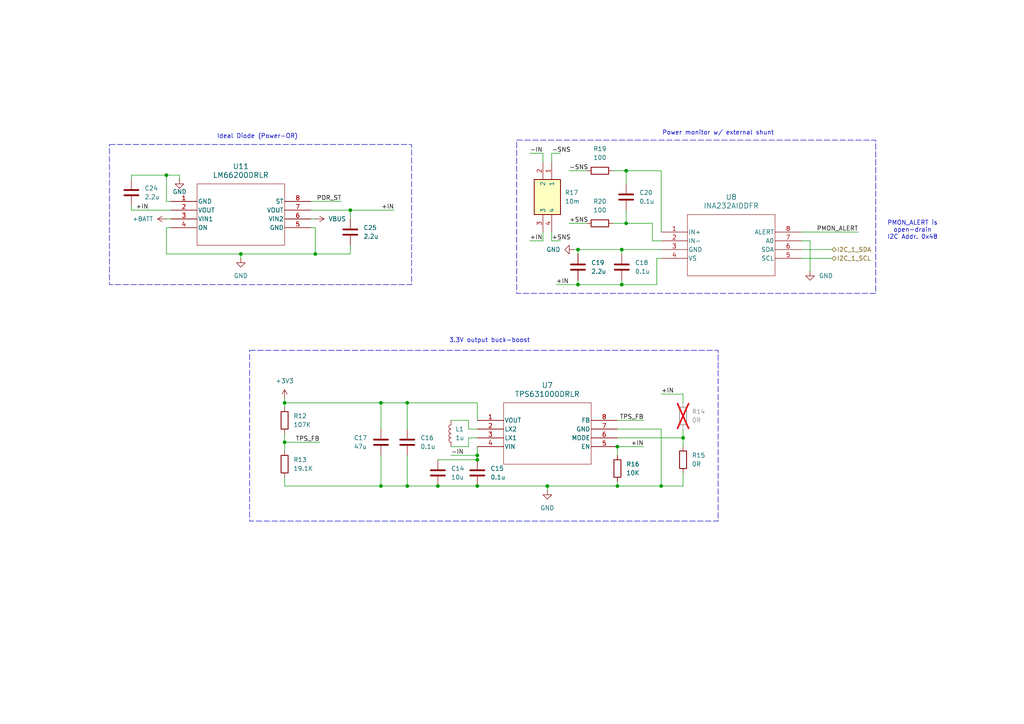
<source format=kicad_sch>
(kicad_sch (version 20231120) (generator "eeschema") (generator_version "8.0")
  (paper "A4")
  (lib_symbols
    (symbol "Device:C" (pin_numbers hide) (pin_names (offset 0.254))
      (property "Reference" "C" (at 0.635 2.54 0))
      (property "Value" "C" (at 0.635 -2.54 0))
      (symbol "C_0_1"
        (polyline (pts (xy -2.032 -0.762) (xy 2.032 -0.762)) (stroke (width 0.508)))
        (polyline (pts (xy -2.032 0.762) (xy 2.032 0.762)) (stroke (width 0.508)))
      )
      (symbol "C_1_1"
        (pin passive line (at 0 3.81 270) (length 2.794) (name "~") (number "1"))
        (pin passive line (at 0 -3.81 90) (length 2.794) (name "~") (number "2"))
      )
    )
    (symbol "Device:L" (pin_numbers hide) (pin_names (offset 1.016) hide)
      (property "Reference" "L" (at -1.27 0 90))
      (property "Value" "L" (at 1.905 0 90))
      (symbol "L_0_1"
        (arc (start 0 -2.54) (mid 0.6323 -1.905) (end 0 -1.27))
        (arc (start 0 -1.27) (mid 0.6323 -0.635) (end 0 0))
        (arc (start 0 0) (mid 0.6323 0.635) (end 0 1.27))
        (arc (start 0 1.27) (mid 0.6323 1.905) (end 0 2.54))
      )
      (symbol "L_1_1"
        (pin passive line (at 0 3.81 270) (length 1.27) (name "1") (number "1"))
        (pin passive line (at 0 -3.81 90) (length 1.27) (name "2") (number "2"))
      )
    )
    (symbol "Device:R" (pin_numbers hide) (pin_names (offset 0))
      (property "Reference" "R" (at 2.032 0 90))
      (property "Value" "R" (at 0 0 90))
      (symbol "R_0_1"
        (rectangle (start -1.016 -2.54) (end 1.016 2.54) (stroke (width 0.254)))
      )
      (symbol "R_1_1"
        (pin passive line (at 0 3.81 270) (length 1.27) (name "~") (number "1"))
        (pin passive line (at 0 -3.81 90) (length 1.27) (name "~") (number "2"))
      )
    )
    (symbol "INA232:INA232AIDDFR" (pin_names (offset 0.254))
      (property "Reference" "U" (at 20.32 10.16 0))
      (property "Value" "INA232AIDDFR" (at 20.32 7.62 0))
      (symbol "INA232AIDDFR_0_1"
        (polyline (pts (xy 7.62 -12.7) (xy 33.02 -12.7)) (stroke (width 0.127)))
        (polyline (pts (xy 7.62 5.08) (xy 7.62 -12.7)) (stroke (width 0.127)))
        (polyline (pts (xy 33.02 -12.7) (xy 33.02 5.08)) (stroke (width 0.127)))
        (polyline (pts (xy 33.02 5.08) (xy 7.62 5.08)) (stroke (width 0.127)))
        (pin input line (at 0 0 0) (length 7.62) (name "IN+") (number "1"))
        (pin input line (at 0 -2.54 0) (length 7.62) (name "IN-") (number "2"))
        (pin power_out line (at 0 -5.08 0) (length 7.62) (name "GND") (number "3"))
        (pin unspecified line (at 0 -7.62 0) (length 7.62) (name "VS") (number "4"))
        (pin unspecified line (at 40.64 -7.62 180) (length 7.62) (name "SCL") (number "5"))
        (pin unspecified line (at 40.64 -5.08 180) (length 7.62) (name "SDA") (number "6"))
        (pin unspecified line (at 40.64 -2.54 180) (length 7.62) (name "A0") (number "7"))
        (pin unspecified line (at 40.64 0 180) (length 7.62) (name "ALERT") (number "8"))
      )
    )
    (symbol "L4CA0612LR010FNR:L4CA0612LR010FNR"
      (property "Reference" "R" (at 16.51 7.62 0))
      (property "Value" "L4CA0612LR010FNR" (at 16.51 5.08 0))
      (symbol "L4CA0612LR010FNR_1_1"
        (rectangle (start 5.08 2.54) (end 15.24 -5.08) (stroke (width 0.254)) (fill (type background)))
        (pin passive line (at 0 0 0) (length 5.08) (name "1") (number "1"))
        (pin passive line (at 0 -2.54 0) (length 5.08) (name "2") (number "2"))
        (pin passive line (at 20.32 -2.54 180) (length 5.08) (name "3") (number "3"))
        (pin passive line (at 20.32 0 180) (length 5.08) (name "4") (number "4"))
      )
    )
    (symbol "LM66200:LM66200DRLR" (pin_names (offset 0.254))
      (property "Reference" "U" (at 20.32 10.16 0))
      (property "Value" "LM66200DRLR" (at 20.32 7.62 0))
      (symbol "LM66200DRLR_0_1"
        (polyline (pts (xy 7.62 -12.7) (xy 33.02 -12.7)) (stroke (width 0.127)))
        (polyline (pts (xy 7.62 5.08) (xy 7.62 -12.7)) (stroke (width 0.127)))
        (polyline (pts (xy 33.02 -12.7) (xy 33.02 5.08)) (stroke (width 0.127)))
        (polyline (pts (xy 33.02 5.08) (xy 7.62 5.08)) (stroke (width 0.127)))
        (pin power_out line (at 0 0 0) (length 7.62) (name "GND") (number "1"))
        (pin power_in line (at 0 -2.54 0) (length 7.62) (name "VOUT") (number "2"))
        (pin input line (at 0 -5.08 0) (length 7.62) (name "VIN1") (number "3"))
        (pin input line (at 0 -7.62 0) (length 7.62) (name "ON") (number "4"))
        (pin power_out line (at 40.64 -7.62 180) (length 7.62) (name "GND") (number "5"))
        (pin input line (at 40.64 -5.08 180) (length 7.62) (name "VIN2") (number "6"))
        (pin output line (at 40.64 -2.54 180) (length 7.62) (name "VOUT") (number "7"))
        (pin output line (at 40.64 0 180) (length 7.62) (name "ST") (number "8"))
      )
    )
    (symbol "TPS631000:TPS631000DRLR" (pin_names (offset 0.254))
      (property "Reference" "U" (at 20.32 10.16 0))
      (property "Value" "TPS631000DRLR" (at 20.32 7.62 0))
      (symbol "TPS631000DRLR_0_1"
        (polyline (pts (xy 7.62 -12.7) (xy 33.02 -12.7)) (stroke (width 0.127)))
        (polyline (pts (xy 7.62 5.08) (xy 7.62 -12.7)) (stroke (width 0.127)))
        (polyline (pts (xy 33.02 -12.7) (xy 33.02 5.08)) (stroke (width 0.127)))
        (polyline (pts (xy 33.02 5.08) (xy 7.62 5.08)) (stroke (width 0.127)))
        (pin power_in line (at 0 0 0) (length 7.62) (name "VOUT") (number "1"))
        (pin power_in line (at 0 -2.54 0) (length 7.62) (name "LX2") (number "2"))
        (pin power_in line (at 0 -5.08 0) (length 7.62) (name "LX1") (number "3"))
        (pin power_in line (at 0 -7.62 0) (length 7.62) (name "VIN") (number "4"))
        (pin input line (at 40.64 -7.62 180) (length 7.62) (name "EN") (number "5"))
        (pin input line (at 40.64 -5.08 180) (length 7.62) (name "MODE") (number "6"))
        (pin power_in line (at 40.64 -2.54 180) (length 7.62) (name "GND") (number "7"))
        (pin input line (at 40.64 0 180) (length 7.62) (name "FB") (number "8"))
      )
    )
    (symbol "power:+3V3" (power) (pin_numbers hide) (pin_names (offset 0) hide)
      (property "Value" "+3V3" (at 0 3.556 0))
      (symbol "+3V3_0_1"
        (polyline (pts (xy -0.762 1.27) (xy 0 2.54)))
        (polyline (pts (xy 0 0) (xy 0 2.54)))
        (polyline (pts (xy 0 2.54) (xy 0.762 1.27)))
      )
      (symbol "+3V3_1_1"
        (pin power_in line (at 0 0 90) (length 0) (name "~") (number "1"))
      )
    )
    (symbol "power:+BATT" (power) (pin_numbers hide) (pin_names (offset 0) hide)
      (property "Value" "+BATT" (at 0 3.556 0))
      (symbol "+BATT_0_1"
        (polyline (pts (xy -0.762 1.27) (xy 0 2.54)))
        (polyline (pts (xy 0 0) (xy 0 2.54)))
        (polyline (pts (xy 0 2.54) (xy 0.762 1.27)))
      )
      (symbol "+BATT_1_1"
        (pin power_in line (at 0 0 90) (length 0) (name "~") (number "1"))
      )
    )
    (symbol "power:GND" (power) (pin_numbers hide) (pin_names (offset 0) hide)
      (property "Value" "GND" (at 0 -3.81 0))
      (symbol "GND_0_1"
        (polyline (pts (xy 0 0) (xy 0 -1.27) (xy 1.27 -1.27) (xy 0 -2.54) (xy -1.27 -1.27) (xy 0 -1.27)))
      )
      (symbol "GND_1_1"
        (pin power_in line (at 0 0 270) (length 0) (name "~") (number "1"))
      )
    )
    (symbol "power:VBUS" (power) (pin_numbers hide) (pin_names (offset 0) hide)
      (property "Value" "VBUS" (at 0 3.556 0))
      (symbol "VBUS_0_1"
        (polyline (pts (xy -0.762 1.27) (xy 0 2.54)))
        (polyline (pts (xy 0 0) (xy 0 2.54)))
        (polyline (pts (xy 0 2.54) (xy 0.762 1.27)))
      )
      (symbol "VBUS_1_1"
        (pin power_in line (at 0 0 90) (length 0) (name "~") (number "1"))
      )
    )
  )
  (junction (at 69.85 73.66))
  (junction (at 181.61 49.53))
  (junction (at 82.55 116.84))
  (junction (at 138.43 132.08))
  (junction (at 91.44 73.66))
  (junction (at 82.55 128.27))
  (junction (at 138.43 133.35))
  (junction (at 180.34 82.55))
  (junction (at 101.6 60.96))
  (junction (at 110.49 116.84))
  (junction (at 167.64 72.39))
  (junction (at 191.77 140.97))
  (junction (at 158.75 140.97))
  (junction (at 138.43 140.97))
  (junction (at 118.11 140.97))
  (junction (at 180.34 72.39))
  (junction (at 127 140.97))
  (junction (at 118.11 116.84))
  (junction (at 181.61 64.77))
  (junction (at 167.64 82.55))
  (junction (at 179.07 140.97))
  (junction (at 198.12 127))
  (junction (at 48.26 50.8))
  (junction (at 110.49 140.97))
  (junction (at 179.07 129.54))
  (wire (pts (xy 191.77 124.46) (xy 191.77 140.97)))
  (wire (pts (xy 167.64 81.28) (xy 167.64 82.55)))
  (wire (pts (xy 181.61 64.77) (xy 189.23 64.77)))
  (wire (pts (xy 181.61 64.77) (xy 181.61 60.96)))
  (wire (pts (xy 90.17 58.42) (xy 99.06 58.42)))
  (wire (pts (xy 191.77 140.97) (xy 179.07 140.97)))
  (wire (pts (xy 234.95 69.85) (xy 232.41 69.85)))
  (wire (pts (xy 118.11 124.46) (xy 118.11 116.84)))
  (wire (pts (xy 114.3 60.96) (xy 101.6 60.96)))
  (wire (pts (xy 49.53 58.42) (xy 48.26 58.42)))
  (wire (pts (xy 110.49 140.97) (xy 118.11 140.97)))
  (wire (pts (xy 198.12 127) (xy 198.12 124.46)))
  (wire (pts (xy 127 133.35) (xy 138.43 133.35)))
  (wire (pts (xy 160.02 46.99) (xy 160.02 44.45)))
  (wire (pts (xy 130.81 129.54) (xy 135.89 129.54)))
  (wire (pts (xy 158.75 140.97) (xy 179.07 140.97)))
  (wire (pts (xy 138.43 127) (xy 135.89 127)))
  (wire (pts (xy 130.81 121.92) (xy 135.89 121.92)))
  (wire (pts (xy 160.02 69.85) (xy 162.56 69.85)))
  (wire (pts (xy 91.44 66.04) (xy 91.44 73.66)))
  (wire (pts (xy 179.07 124.46) (xy 191.77 124.46)))
  (wire (pts (xy 177.8 49.53) (xy 181.61 49.53)))
  (wire (pts (xy 118.11 116.84) (xy 138.43 116.84)))
  (wire (pts (xy 153.67 69.85) (xy 157.48 69.85)))
  (wire (pts (xy 118.11 140.97) (xy 127 140.97)))
  (wire (pts (xy 127 140.97) (xy 138.43 140.97)))
  (wire (pts (xy 135.89 124.46) (xy 138.43 124.46)))
  (wire (pts (xy 232.41 67.31) (xy 248.92 67.31)))
  (wire (pts (xy 110.49 116.84) (xy 110.49 124.46)))
  (wire (pts (xy 160.02 67.31) (xy 160.02 69.85)))
  (wire (pts (xy 157.48 67.31) (xy 157.48 69.85)))
  (wire (pts (xy 101.6 60.96) (xy 101.6 63.5)))
  (wire (pts (xy 38.1 59.69) (xy 38.1 60.96)))
  (wire (pts (xy 166.37 72.39) (xy 167.64 72.39)))
  (wire (pts (xy 138.43 132.08) (xy 138.43 133.35)))
  (wire (pts (xy 179.07 127) (xy 198.12 127)))
  (wire (pts (xy 167.64 72.39) (xy 180.34 72.39)))
  (wire (pts (xy 82.55 115.57) (xy 82.55 116.84)))
  (wire (pts (xy 130.81 132.08) (xy 138.43 132.08)))
  (wire (pts (xy 48.26 50.8) (xy 48.26 58.42)))
  (wire (pts (xy 198.12 127) (xy 198.12 129.54)))
  (wire (pts (xy 82.55 138.43) (xy 82.55 140.97)))
  (wire (pts (xy 90.17 63.5) (xy 91.44 63.5)))
  (wire (pts (xy 165.1 49.53) (xy 170.18 49.53)))
  (wire (pts (xy 191.77 49.53) (xy 191.77 67.31)))
  (wire (pts (xy 38.1 50.8) (xy 48.26 50.8)))
  (wire (pts (xy 158.75 140.97) (xy 158.75 142.24)))
  (wire (pts (xy 198.12 114.3) (xy 191.77 114.3)))
  (wire (pts (xy 101.6 73.66) (xy 101.6 71.12)))
  (wire (pts (xy 52.07 52.07) (xy 52.07 50.8)))
  (wire (pts (xy 90.17 60.96) (xy 101.6 60.96)))
  (wire (pts (xy 189.23 64.77) (xy 189.23 69.85)))
  (wire (pts (xy 161.29 82.55) (xy 167.64 82.55)))
  (wire (pts (xy 190.5 74.93) (xy 190.5 82.55)))
  (wire (pts (xy 180.34 82.55) (xy 190.5 82.55)))
  (wire (pts (xy 82.55 128.27) (xy 82.55 130.81)))
  (wire (pts (xy 135.89 127) (xy 135.89 129.54)))
  (wire (pts (xy 118.11 132.08) (xy 118.11 140.97)))
  (wire (pts (xy 157.48 46.99) (xy 157.48 44.45)))
  (wire (pts (xy 179.07 129.54) (xy 186.69 129.54)))
  (wire (pts (xy 198.12 116.84) (xy 198.12 114.3)))
  (wire (pts (xy 91.44 73.66) (xy 101.6 73.66)))
  (wire (pts (xy 82.55 116.84) (xy 110.49 116.84)))
  (wire (pts (xy 48.26 73.66) (xy 69.85 73.66)))
  (wire (pts (xy 48.26 66.04) (xy 48.26 73.66)))
  (wire (pts (xy 110.49 116.84) (xy 118.11 116.84)))
  (wire (pts (xy 232.41 72.39) (xy 241.3 72.39)))
  (wire (pts (xy 138.43 129.54) (xy 138.43 132.08)))
  (wire (pts (xy 179.07 129.54) (xy 179.07 132.08)))
  (wire (pts (xy 234.95 78.74) (xy 234.95 69.85)))
  (wire (pts (xy 180.34 72.39) (xy 191.77 72.39)))
  (wire (pts (xy 48.26 63.5) (xy 49.53 63.5)))
  (wire (pts (xy 38.1 52.07) (xy 38.1 50.8)))
  (wire (pts (xy 179.07 121.92) (xy 186.69 121.92)))
  (wire (pts (xy 110.49 132.08) (xy 110.49 140.97)))
  (wire (pts (xy 180.34 82.55) (xy 180.34 81.28)))
  (wire (pts (xy 191.77 74.93) (xy 190.5 74.93)))
  (wire (pts (xy 160.02 44.45) (xy 162.56 44.45)))
  (wire (pts (xy 232.41 74.93) (xy 241.3 74.93)))
  (wire (pts (xy 191.77 140.97) (xy 198.12 140.97)))
  (wire (pts (xy 82.55 140.97) (xy 110.49 140.97)))
  (wire (pts (xy 181.61 49.53) (xy 181.61 53.34)))
  (wire (pts (xy 181.61 49.53) (xy 191.77 49.53)))
  (wire (pts (xy 38.1 60.96) (xy 49.53 60.96)))
  (wire (pts (xy 69.85 73.66) (xy 69.85 74.93)))
  (wire (pts (xy 90.17 66.04) (xy 91.44 66.04)))
  (wire (pts (xy 135.89 121.92) (xy 135.89 124.46)))
  (wire (pts (xy 179.07 140.97) (xy 179.07 139.7)))
  (wire (pts (xy 82.55 118.11) (xy 82.55 116.84)))
  (wire (pts (xy 49.53 66.04) (xy 48.26 66.04)))
  (wire (pts (xy 198.12 137.16) (xy 198.12 140.97)))
  (wire (pts (xy 52.07 50.8) (xy 48.26 50.8)))
  (wire (pts (xy 167.64 73.66) (xy 167.64 72.39)))
  (wire (pts (xy 138.43 140.97) (xy 158.75 140.97)))
  (wire (pts (xy 69.85 73.66) (xy 91.44 73.66)))
  (wire (pts (xy 138.43 116.84) (xy 138.43 121.92)))
  (wire (pts (xy 189.23 69.85) (xy 191.77 69.85)))
  (wire (pts (xy 92.71 128.27) (xy 82.55 128.27)))
  (wire (pts (xy 177.8 64.77) (xy 181.61 64.77)))
  (wire (pts (xy 167.64 82.55) (xy 180.34 82.55)))
  (wire (pts (xy 153.67 44.45) (xy 157.48 44.45)))
  (wire (pts (xy 180.34 72.39) (xy 180.34 73.66)))
  (wire (pts (xy 165.1 64.77) (xy 170.18 64.77)))
  (wire (pts (xy 82.55 125.73) (xy 82.55 128.27)))
  (rectangle (start 31.75 41.91) (end 119.38 82.55) (stroke (width 0) (type dash)))
  (rectangle (start 149.86 40.64) (end 254 85.09) (stroke (width 0) (type dash)))
  (rectangle (start 72.39 101.6) (end 208.28 151.13) (stroke (width 0) (type dash)))
  (text "Power monitor w/ external shunt" (at 208.28 38.608 0) (effects (font (size 1.27 1.27))))
  (text "PMON_ALERT is\nopen-drain\nI2C Addr. 0x48" (at 264.668 66.802 0) (effects (font (size 1.27 1.27))))
  (text "3.3V output buck-boost" (at 141.986 98.806 0) (effects (font (size 1.27 1.27))))
  (text "Ideal Diode (Power-OR)" (at 74.676 39.624 0) (effects (font (size 1.27 1.27))))
  (label "+IN" (at 186.69 129.54 180))
  (label "+IN" (at 153.67 69.85 0))
  (label "+IN" (at 191.77 114.3 0))
  (label "+IN" (at 39.37 60.96 0))
  (label "TPS_FB" (at 92.71 128.27 180))
  (label "+IN" (at 114.3 60.96 180))
  (label "-SNS" (at 160.02 44.45 0))
  (label "PMON_ALERT" (at 248.92 67.31 180))
  (label "-IN" (at 130.81 132.08 0))
  (label "+SNS" (at 165.1 64.77 0))
  (label "TPS_FB" (at 186.69 121.92 180))
  (label "+IN" (at 161.29 82.55 0))
  (label "+SNS" (at 160.02 69.85 0))
  (label "-SNS" (at 165.1 49.53 0))
  (label "-IN" (at 153.67 44.45 0))
  (label "POR_ST" (at 99.06 58.42 180))
  (hierarchical_label "I2C_1_SDA" (shape bidirectional) (at 241.3 72.39 0))
  (hierarchical_label "I2C_1_SCL" (shape bidirectional) (at 241.3 74.93 0))
  (symbol (lib_id "Device:L") (at 130.81 125.73 180) (unit 1)
    (property "Reference" "L1" (at 132.08 124.4599 0) (effects (justify right)))
    (property "Value" "1u" (at 132.08 126.9999 0) (effects (justify right)))
    (property "Footprint" "Inductor_SMD:L_1008_2520Metric" (effects (hide yes)))
    (property "Description" "Inductor" (effects (hide yes)))
  )
  (symbol (lib_id "power:GND") (at 158.75 142.24 0) (unit 1)
    (property "Reference" "#PWR034" (effects (hide yes)))
    (property "Value" "GND" (at 158.75 147.32 0))
    (property "Description" "Power symbol creates a global label with name \"GND\" , ground" (effects (hide yes)))
  )
  (symbol (lib_id "Device:C") (at 118.11 128.27 0) (unit 1)
    (property "Reference" "C16" (at 121.92 126.9999 0) (effects (justify left)))
    (property "Value" "0.1u" (at 121.92 129.5399 0) (effects (justify left)))
    (property "Footprint" "Capacitor_SMD:C_0603_1608Metric" (effects (hide yes)))
    (property "Description" "Unpolarized capacitor" (effects (hide yes)))
  )
  (symbol (lib_id "power:GND") (at 234.95 78.74 0) (unit 1)
    (property "Reference" "#PWR038" (effects (hide yes)))
    (property "Value" "GND" (at 237.49 80.0099 0) (effects (justify left)))
    (property "Description" "Power symbol creates a global label with name \"GND\" , ground" (effects (hide yes)))
  )
  (symbol (lib_id "power:GND") (at 166.37 72.39 270) (unit 1)
    (property "Reference" "#PWR040" (effects (hide yes)))
    (property "Value" "GND" (at 162.56 72.3899 90) (effects (justify right)))
    (property "Description" "Power symbol creates a global label with name \"GND\" , ground" (effects (hide yes)))
  )
  (symbol (lib_id "Device:R") (at 173.99 49.53 90) (unit 1)
    (property "Reference" "R19" (at 173.99 43.18 90))
    (property "Value" "100" (at 173.99 45.72 90))
    (property "Footprint" "Resistor_SMD:R_0603_1608Metric" (effects (hide yes)))
    (property "Description" "Resistor" (effects (hide yes)))
  )
  (symbol (lib_id "Device:R") (at 173.99 64.77 90) (unit 1)
    (property "Reference" "R20" (at 173.99 58.42 90))
    (property "Value" "100" (at 173.99 60.96 90))
    (property "Footprint" "Resistor_SMD:R_0603_1608Metric" (effects (hide yes)))
    (property "Description" "Resistor" (effects (hide yes)))
  )
  (symbol (lib_id "Device:R") (at 198.12 120.65 0) (unit 1) (dnp yes)
    (property "Reference" "R14" (at 200.66 119.3799 0) (effects (justify left)))
    (property "Value" "0R" (at 200.66 121.9199 0) (effects (justify left)))
    (property "Footprint" "Resistor_SMD:R_0603_1608Metric" (effects (hide yes)))
    (property "Description" "Resistor" (effects (hide yes)))
  )
  (symbol (lib_id "Device:C") (at 180.34 77.47 0) (unit 1)
    (property "Reference" "C18" (at 184.15 76.1999 0) (effects (justify left)))
    (property "Value" "0.1u" (at 184.15 78.7399 0) (effects (justify left)))
    (property "Footprint" "Capacitor_SMD:C_0603_1608Metric" (effects (hide yes)))
    (property "Description" "Unpolarized capacitor" (effects (hide yes)))
  )
  (symbol (lib_id "LM66200:LM66200DRLR") (at 49.53 58.42 0) (unit 1)
    (property "Reference" "U11" (at 69.85 48.26 0) (effects (font (size 1.524 1.524))))
    (property "Value" "LM66200DRLR" (at 69.85 50.8 0) (effects (font (size 1.524 1.524))))
    (property "Footprint" "LRI_partlib:LM66200" (effects (hide yes)))
    (property "Datasheet" "LM66200DRLR" (effects (hide yes)))
  )
  (symbol (lib_id "Device:R") (at 198.12 133.35 0) (unit 1)
    (property "Reference" "R15" (at 200.66 132.0799 0) (effects (justify left)))
    (property "Value" "0R" (at 200.66 134.6199 0) (effects (justify left)))
    (property "Footprint" "Resistor_SMD:R_0603_1608Metric" (effects (hide yes)))
    (property "Description" "Resistor" (effects (hide yes)))
  )
  (symbol (lib_id "TPS631000:TPS631000DRLR") (at 138.43 121.92 0) (unit 1)
    (property "Reference" "U7" (at 158.75 111.76 0) (effects (font (size 1.524 1.524))))
    (property "Value" "TPS631000DRLR" (at 158.75 114.3 0) (effects (font (size 1.524 1.524))))
    (property "Footprint" "LRI_partlib:TPS631000DRLR_TEX" (effects (hide yes)))
    (property "Datasheet" "TPS631000DRLR" (effects (hide yes)))
  )
  (symbol (lib_id "Device:C") (at 38.1 55.88 0) (unit 1)
    (property "Reference" "C24" (at 41.91 54.6099 0) (effects (justify left)))
    (property "Value" "2.2u" (at 41.91 57.1499 0) (effects (justify left)))
    (property "Footprint" "Capacitor_SMD:C_0603_1608Metric" (effects (hide yes)))
    (property "Description" "Unpolarized capacitor" (effects (hide yes)))
  )
  (symbol (lib_id "Device:C") (at 181.61 57.15 0) (unit 1)
    (property "Reference" "C20" (at 185.42 55.8799 0) (effects (justify left)))
    (property "Value" "0.1u" (at 185.42 58.4199 0) (effects (justify left)))
    (property "Footprint" "Capacitor_SMD:C_0603_1608Metric" (effects (hide yes)))
    (property "Description" "Unpolarized capacitor" (effects (hide yes)))
  )
  (symbol (lib_id "INA232:INA232AIDDFR") (at 191.77 67.31 0) (unit 1)
    (property "Reference" "U8" (at 212.09 57.15 0) (effects (font (size 1.524 1.524))))
    (property "Value" "INA232AIDDFR" (at 212.09 59.69 0) (effects (font (size 1.524 1.524))))
    (property "Footprint" "LRI_partlib:INA232AIDDFR" (effects (hide yes)))
    (property "Datasheet" "INA232AIDDFR" (effects (hide yes)))
  )
  (symbol (lib_id "power:GND") (at 69.85 74.93 0) (unit 1)
    (property "Reference" "#PWR035" (effects (hide yes)))
    (property "Value" "GND" (at 69.85 80.01 0))
    (property "Description" "Power symbol creates a global label with name \"GND\" , ground" (effects (hide yes)))
  )
  (symbol (lib_id "Device:C") (at 138.43 137.16 0) (unit 1)
    (property "Reference" "C15" (at 142.24 135.8899 0) (effects (justify left)))
    (property "Value" "0.1u" (at 142.24 138.4299 0) (effects (justify left)))
    (property "Footprint" "Capacitor_SMD:C_0603_1608Metric" (effects (hide yes)))
    (property "Description" "Unpolarized capacitor" (effects (hide yes)))
  )
  (symbol (lib_id "power:VBUS") (at 91.44 63.5 270) (unit 1)
    (property "Reference" "#PWR045" (effects (hide yes)))
    (property "Value" "VBUS" (at 95.25 63.4999 90) (effects (justify left)))
    (property "Description" "Power symbol creates a global label with name \"VBUS\"" (effects (hide yes)))
  )
  (symbol (lib_id "Device:C") (at 110.49 128.27 0) (unit 1)
    (property "Reference" "C17" (at 102.616 127 0) (effects (justify left)))
    (property "Value" "47u" (at 102.616 129.54 0) (effects (justify left)))
    (property "Footprint" "Capacitor_SMD:C_0805_2012Metric" (effects (hide yes)))
    (property "Description" "Unpolarized capacitor" (effects (hide yes)))
  )
  (symbol (lib_id "Device:R") (at 179.07 135.89 0) (unit 1)
    (property "Reference" "R16" (at 181.61 134.6199 0) (effects (justify left)))
    (property "Value" "10K" (at 181.61 137.1599 0) (effects (justify left)))
    (property "Footprint" "Resistor_SMD:R_0603_1608Metric" (effects (hide yes)))
    (property "Description" "Resistor" (effects (hide yes)))
  )
  (symbol (lib_id "power:+BATT") (at 48.26 63.5 90) (unit 1)
    (property "Reference" "#PWR044" (effects (hide yes)))
    (property "Value" "+BATT" (at 44.45 63.4999 90) (effects (justify left)))
    (property "Description" "Power symbol creates a global label with name \"+BATT\"" (effects (hide yes)))
  )
  (symbol (lib_id "L4CA0612LR010FNR:L4CA0612LR010FNR") (at 160.02 46.99 270) (unit 1)
    (property "Reference" "R17" (at 163.83 55.8799 90) (effects (justify left)))
    (property "Value" "10m" (at 163.83 58.4199 90) (effects (justify left)))
    (property "Footprint" "LRI_partlib:L4CA0612L0M50FNR" (effects (hide yes)))
    (property "Datasheet" "https://www.littelfuse.com/media?resourcetype=datasheets&itemid=db674d7b-aa25-4173-816a-92297475a59f&filename=littelfuse-resistor-l4ca-c-datasheet" (effects (hide yes)))
    (property "Description" "Current Sense Resistors - SMD 4T L4CA0612 1W 50ppm 9 mOhm +/-1.0%" (effects (hide yes)))
    (property "Height" "0.7" (effects (hide yes)))
    (property "Manufacturer_Name" "LITTELFUSE" (effects (hide yes)))
    (property "Manufacturer_Part_Number" "L4CA0612LR010FNR" (effects (hide yes)))
  )
  (symbol (lib_id "Device:C") (at 127 137.16 0) (unit 1)
    (property "Reference" "C14" (at 130.81 135.8899 0) (effects (justify left)))
    (property "Value" "10u" (at 130.81 138.4299 0) (effects (justify left)))
    (property "Footprint" "Capacitor_SMD:C_0603_1608Metric" (effects (hide yes)))
    (property "Description" "Unpolarized capacitor" (effects (hide yes)))
  )
  (symbol (lib_id "Device:C") (at 167.64 77.47 0) (unit 1)
    (property "Reference" "C19" (at 171.45 76.1999 0) (effects (justify left)))
    (property "Value" "2.2u" (at 171.45 78.7399 0) (effects (justify left)))
    (property "Footprint" "Capacitor_SMD:C_0603_1608Metric" (effects (hide yes)))
    (property "Description" "Unpolarized capacitor" (effects (hide yes)))
  )
  (symbol (lib_id "power:+3V3") (at 82.55 115.57 0) (unit 1)
    (property "Reference" "#PWR031" (effects (hide yes)))
    (property "Value" "+3V3" (at 82.55 110.49 0))
    (property "Description" "Power symbol creates a global label with name \"+3V3\"" (effects (hide yes)))
  )
  (symbol (lib_id "Device:R") (at 82.55 134.62 0) (unit 1)
    (property "Reference" "R13" (at 85.09 133.3499 0) (effects (justify left)))
    (property "Value" "19.1K" (at 85.09 135.8899 0) (effects (justify left)))
    (property "Footprint" "Resistor_SMD:R_0603_1608Metric" (effects (hide yes)))
    (property "Description" "Resistor" (effects (hide yes)))
  )
  (symbol (lib_id "Device:C") (at 101.6 67.31 0) (unit 1)
    (property "Reference" "C25" (at 105.41 66.0399 0) (effects (justify left)))
    (property "Value" "2.2u" (at 105.41 68.5799 0) (effects (justify left)))
    (property "Footprint" "Capacitor_SMD:C_0603_1608Metric" (effects (hide yes)))
    (property "Description" "Unpolarized capacitor" (effects (hide yes)))
  )
  (symbol (lib_id "Device:R") (at 82.55 121.92 0) (unit 1)
    (property "Reference" "R12" (at 85.09 120.6499 0) (effects (justify left)))
    (property "Value" "107K" (at 85.09 123.1899 0) (effects (justify left)))
    (property "Footprint" "Resistor_SMD:R_0603_1608Metric" (effects (hide yes)))
    (property "Description" "Resistor" (effects (hide yes)))
  )
  (symbol (lib_id "power:GND") (at 52.07 52.07 0) (unit 1)
    (property "Reference" "#PWR043" (effects (hide yes)))
    (property "Value" "GND" (at 50.038 55.626 0) (effects (justify left)))
    (property "Description" "Power symbol creates a global label with name \"GND\" , ground" (effects (hide yes)))
  )
)
</source>
